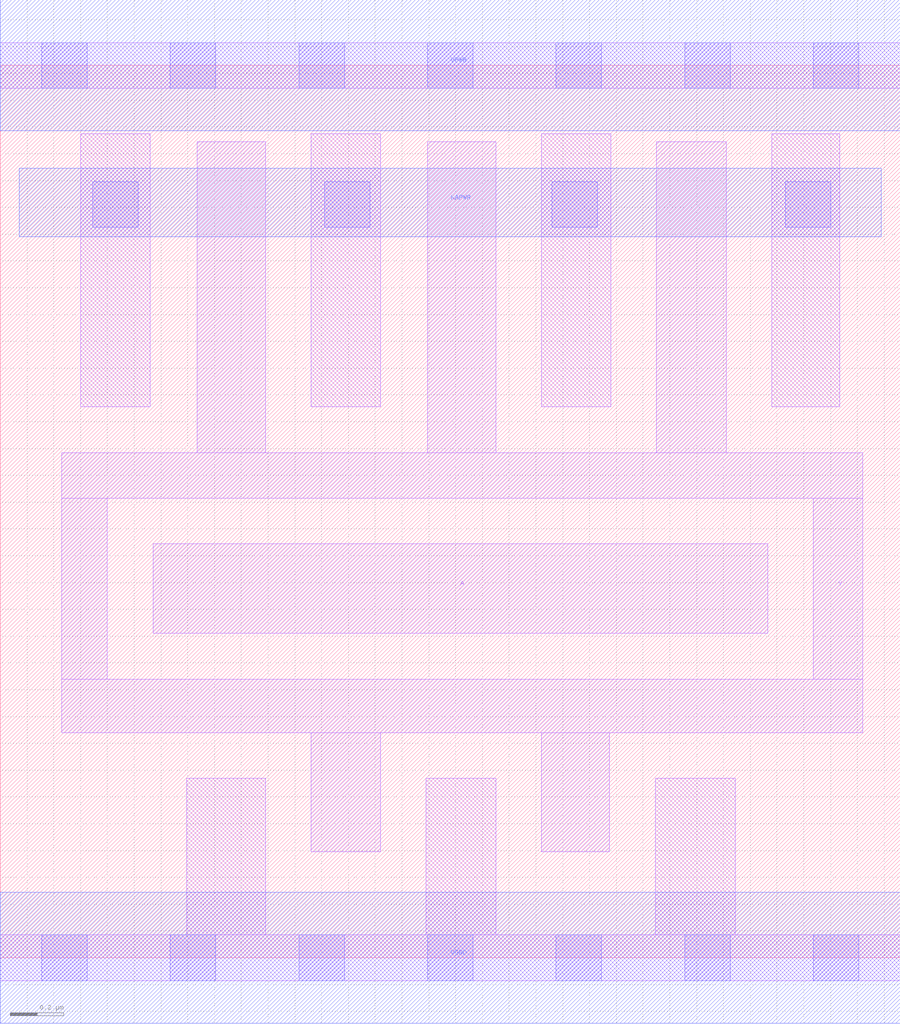
<source format=lef>
# Copyright 2020 The SkyWater PDK Authors
#
# Licensed under the Apache License, Version 2.0 (the "License");
# you may not use this file except in compliance with the License.
# You may obtain a copy of the License at
#
#     https://www.apache.org/licenses/LICENSE-2.0
#
# Unless required by applicable law or agreed to in writing, software
# distributed under the License is distributed on an "AS IS" BASIS,
# WITHOUT WARRANTIES OR CONDITIONS OF ANY KIND, either express or implied.
# See the License for the specific language governing permissions and
# limitations under the License.
#
# SPDX-License-Identifier: Apache-2.0

VERSION 5.7 ;
  NAMESCASESENSITIVE ON ;
  NOWIREEXTENSIONATPIN ON ;
  DIVIDERCHAR "/" ;
  BUSBITCHARS "[]" ;
UNITS
  DATABASE MICRONS 200 ;
END UNITS
MACRO sky130_fd_sc_lp__invkapwr_4
  CLASS CORE ;
  SOURCE USER ;
  FOREIGN sky130_fd_sc_lp__invkapwr_4 ;
  ORIGIN  0.000000  0.000000 ;
  SIZE  3.360000 BY  3.330000 ;
  SYMMETRY X Y ;
  SITE unit ;
  PIN A
    ANTENNAGATEAREA  1.386000 ;
    DIRECTION INPUT ;
    USE SIGNAL ;
    PORT
      LAYER li1 ;
        RECT 0.570000 1.210000 2.865000 1.545000 ;
    END
  END A
  PIN Y
    ANTENNADIFFAREA  1.293600 ;
    DIRECTION OUTPUT ;
    USE SIGNAL ;
    PORT
      LAYER li1 ;
        RECT 0.230000 0.840000 3.220000 1.040000 ;
        RECT 0.230000 1.040000 0.400000 1.715000 ;
        RECT 0.230000 1.715000 3.220000 1.885000 ;
        RECT 0.735000 1.885000 0.990000 3.045000 ;
        RECT 1.160000 0.395000 1.420000 0.840000 ;
        RECT 1.595000 1.885000 1.850000 3.045000 ;
        RECT 2.020000 0.395000 2.275000 0.840000 ;
        RECT 2.450000 1.885000 2.710000 3.045000 ;
        RECT 3.035000 1.040000 3.220000 1.715000 ;
    END
  END Y
  PIN KAPWR
    DIRECTION INOUT ;
    USE POWER ;
    PORT
      LAYER met1 ;
        RECT 0.070000 2.690000 3.290000 2.945000 ;
    END
  END KAPWR
  PIN VGND
    DIRECTION INOUT ;
    USE GROUND ;
    PORT
      LAYER met1 ;
        RECT 0.000000 -0.245000 3.360000 0.245000 ;
    END
  END VGND
  PIN VPWR
    DIRECTION INOUT ;
    USE POWER ;
    PORT
      LAYER met1 ;
        RECT 0.000000 3.085000 3.360000 3.575000 ;
    END
  END VPWR
  OBS
    LAYER li1 ;
      RECT 0.000000 -0.085000 3.360000 0.085000 ;
      RECT 0.000000  3.245000 3.360000 3.415000 ;
      RECT 0.300000  2.055000 0.560000 3.075000 ;
      RECT 0.695000  0.085000 0.990000 0.670000 ;
      RECT 1.160000  2.055000 1.420000 3.075000 ;
      RECT 1.590000  0.085000 1.850000 0.670000 ;
      RECT 2.020000  2.055000 2.280000 3.075000 ;
      RECT 2.445000  0.085000 2.745000 0.670000 ;
      RECT 2.880000  2.055000 3.135000 3.075000 ;
    LAYER mcon ;
      RECT 0.155000 -0.085000 0.325000 0.085000 ;
      RECT 0.155000  3.245000 0.325000 3.415000 ;
      RECT 0.345000  2.725000 0.515000 2.895000 ;
      RECT 0.635000 -0.085000 0.805000 0.085000 ;
      RECT 0.635000  3.245000 0.805000 3.415000 ;
      RECT 1.115000 -0.085000 1.285000 0.085000 ;
      RECT 1.115000  3.245000 1.285000 3.415000 ;
      RECT 1.210000  2.725000 1.380000 2.895000 ;
      RECT 1.595000 -0.085000 1.765000 0.085000 ;
      RECT 1.595000  3.245000 1.765000 3.415000 ;
      RECT 2.060000  2.725000 2.230000 2.895000 ;
      RECT 2.075000 -0.085000 2.245000 0.085000 ;
      RECT 2.075000  3.245000 2.245000 3.415000 ;
      RECT 2.555000 -0.085000 2.725000 0.085000 ;
      RECT 2.555000  3.245000 2.725000 3.415000 ;
      RECT 2.930000  2.725000 3.100000 2.895000 ;
      RECT 3.035000 -0.085000 3.205000 0.085000 ;
      RECT 3.035000  3.245000 3.205000 3.415000 ;
  END
END sky130_fd_sc_lp__invkapwr_4

</source>
